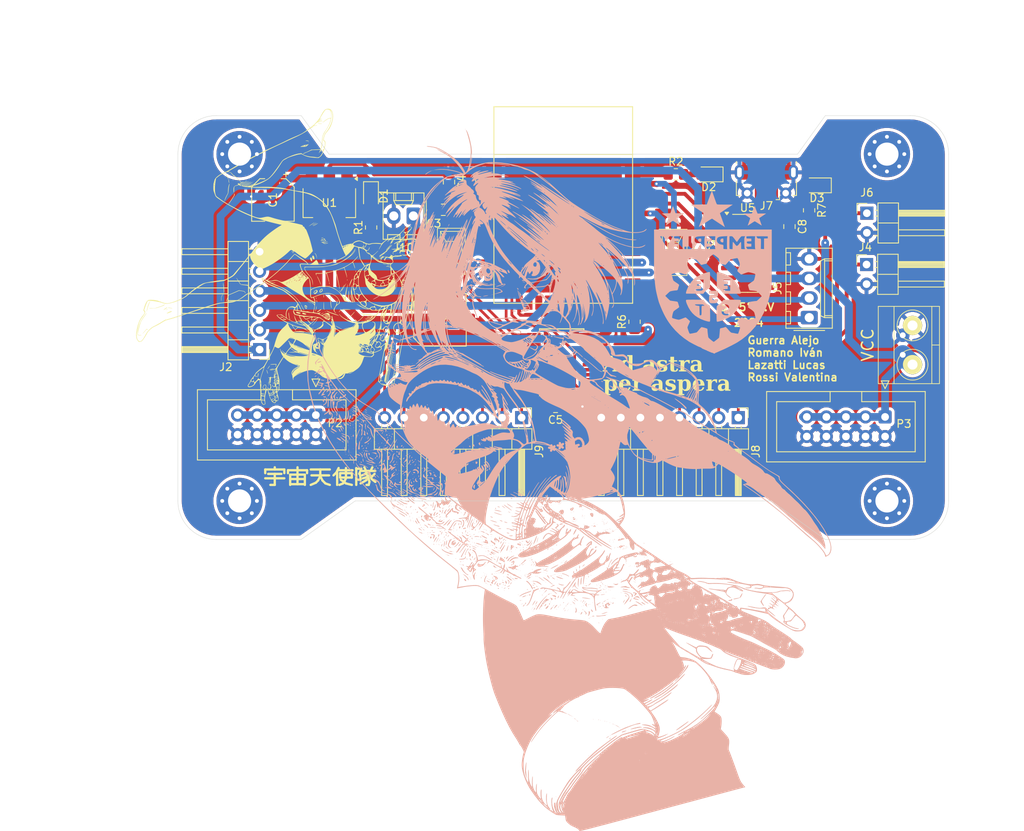
<source format=kicad_pcb>
(kicad_pcb (version 20240108) (generator "pcbnew") (generator_version "8.0")
  (title_block (title "Placa ESP32E con Multiplexor CD74HC4067, CH430C integrado"))
  (layers (0 "F.Cu" signal) (31 "B.Cu" signal) (34 "B.Paste" user) (35 "F.Paste" user) (36 "B.SilkS" user "B.Silkscreen") (37 "F.SilkS" user "F.Silkscreen") (38 "B.Mask" user) (39 "F.Mask" user) (44 "Edge.Cuts" user))
  (net 0 "")
  (net 1 "GND")
  (net 2 "+5V")
  (net 3 "+3V3")
  (net 4 "Net-(D1-A)")
  (net 5 "Net-(D2-A)")
  (net 6 "/MB1")
  (net 7 "/MB2")
  (net 8 "/MA2")
  (net 9 "/MA1")
  (net 10 "/BOTON1")
  (net 11 "/BOTON2")
  (net 12 "/S2")
  (net 13 "/ENABLE")
  (net 14 "/S1")
  (net 15 "/S0")
  (net 16 "/S3")
  (net 17 "/SIG")
  (net 18 "/LED1")
  (net 19 "EN")
  (net 34 "Net-(U4-VCC)")
  (net 35 "/Programador CH340/D-")
  (net 36 "/Programador CH340/D+")
  (net 37 "TXD")
  (net 38 "RXD")
  (net 39 "Net-(D3-A)")
  (net 40 "Net-(J8-Pin_3)")
  (net 41 "Net-(J8-Pin_8)")
  (net 42 "Net-(J8-Pin_4)")
  (net 43 "Net-(J8-Pin_5)")
  (net 44 "Net-(J8-Pin_7)")
  (net 45 "Net-(J8-Pin_6)")
  (net 46 "Net-(J8-Pin_1)")
  (net 47 "Net-(J8-Pin_2)")
  (net 48 "Net-(J9-Pin_6)")
  (net 49 "Net-(J9-Pin_2)")
  (net 50 "Net-(J9-Pin_8)")
  (net 51 "Net-(J9-Pin_3)")
  (net 52 "Net-(J9-Pin_7)")
  (net 53 "Net-(J9-Pin_1)")
  (net 54 "Net-(J9-Pin_5)")
  (net 55 "Net-(J9-Pin_4)")
  (net 63 "Net-(U5-V3)")
  (net 64 "/SCL")
  (net 65 "IOO")
  (net 66 "/GPIO 35")
  (net 67 "/ESC")
  (net 68 "/SDA")
  (footprint "Capacitor_SMD:C_0805_2012Metric_Pad1.18x1.45mm_HandSolder" (layer "F.Cu") (at 127.0025 68.63 180)
    (property "Reference" "C3")
    (property "Value" "100nF")
  )
  (footprint "MountingHole:MountingHole_3mm_Pad_Via" (layer "F.Cu") (at 184.57 61.41)
    (property "Reference" "H4")
    (property "Value" "MountingHole")
  )
  (footprint "MountingHole:MountingHole_3mm_Pad_Via" (layer "F.Cu") (at 100.57 106.41)
    (property "Reference" "H2")
    (property "Value" "MountingHole")
  )
  (footprint "EESTN5:Pulsador_SMD_2_BAJO" (layer "F.Cu") (at 156.82 74.16 -90)
    (property "Reference" "SW_BOOT1" (hide yes))
    (property "Value" "SW_Push" (hide yes))
  )
  (footprint "Resistor_SMD:R_0805_2012Metric_Pad1.20x1.40mm_HandSolder" (layer "F.Cu") (at 174.47 68.7 -90)
    (property "Reference" "R7")
    (property "Value" "220")
  )
  (footprint "MountingHole:MountingHole_3mm_Pad_Via" (layer "F.Cu") (at 184.57 106.41)
    (property "Reference" "H3")
    (property "Value" "MountingHole")
  )
  (footprint "Capacitor_SMD:CP_Elec_6.3x5.9" (layer "F.Cu") (at 126.57 82.91)
    (property "Reference" "C2")
    (property "Value" "100uF")
  )
  (footprint "LED_SMD:LED_0805_2012Metric_Pad1.15x1.40mm_HandSolder" (layer "F.Cu") (at 117.62 66.8525 -90)
    (property "Reference" "D1")
    (property "Value" "LED")
  )
  (footprint "Capacitor_SMD:C_0805_2012Metric_Pad1.18x1.45mm_HandSolder" (layer "F.Cu") (at 171.92 70.81 -90)
    (property "Reference" "C8")
    (property "Value" "~")
  )
  (footprint "Resistor_SMD:R_0805_2012Metric_Pad1.20x1.40mm_HandSolder" (layer "F.Cu") (at 157.1825 64.035)
    (property "Reference" "R2")
    (property "Value" "220")
  )
  (footprint "Package_SO:SOIC-16_3.9x9.9mm_P1.27mm" (layer "F.Cu") (at 166.495 74.285)
    (property "Reference" "U5")
    (property "Value" "CH340C")
  )
  (footprint "TriatlonLibrary:FalingAlita40X41" (layer "F.Cu") (at 105.67 74.84 180)
    (property "Reference" "G***" (hide yes))
    (property "Value" "LOGO" (hide yes))
  )
  (footprint "TriatlonLibrary:ESP32-WROOM-32E" (layer "F.Cu") (at 142.57 71.005)
    (property "Reference" "U2" (hide yes))
    (property "Value" "ESP32-WROOM-32E")
  )
  (footprint "Connector_PinHeader_2.54mm:PinHeader_1x02_P2.54mm_Horizontal" (layer "F.Cu") (at 181.965 69.075)
    (property "Reference" "J6")
    (property "Value" "Boton1")
  )
  (footprint "Capacitor_SMD:C_0805_2012Metric_Pad1.18x1.45mm_HandSolder" (layer "F.Cu") (at 127.745 65.04 -90)
    (property "Reference" "C4")
    (property "Value" "100nF")
  )
  (footprint "Capacitor_SMD:C_0805_2012Metric_Pad1.18x1.45mm_HandSolder" (layer "F.Cu") (at 141.57 94.21 180)
    (property "Reference" "C5")
    (property "Value" "~")
  )
  (footprint "TriatlonLibrary:Pulsador_SMD_2_BAJO" (layer "F.Cu") (at 128.04 74.03 90)
    (property "Reference" "SW_EN1" (hide yes))
    (property "Value" "SW_Push" (hide yes))
  )
  (footprint "Connector_USB:USB_Micro-B_Molex-105017-0001" (layer "F.Cu") (at 168.93 65.0075 180)
    (property "Reference" "J7")
    (property "Value" "USB_B_Micro")
  )
  (footprint "Resistor_SMD:R_0805_2012Metric_Pad1.20x1.40mm_HandSolder" (layer "F.Cu") (at 151.82 83.16 90)
    (property "Reference" "R6")
    (property "Value" "10k")
  )
  (footprint "Connector_PinHeader_2.54mm:PinHeader_1x02_P2.54mm_Horizontal" (layer "F.Cu") (at 181.925 75.735)
    (property "Reference" "J4")
    (property "Value" "Boton2")
  )
  (footprint "MountingHole:MountingHole_3mm_Pad_Via" (layer "F.Cu") (at 100.57 61.41)
    (property "Reference" "H1")
    (property "Value" "MountingHole")
  )
  (footprint "Connector_Molex:Molex_KK-254_AE-6410-02A_1x02_P2.54mm_Vertical" (layer "F.Cu") (at 123.12 69.43 180)
    (property "Reference" "J10")
    (property "Value" "ESC")
  )
  (footprint "Connector_IDC:IDC-Header_2x05_P2.54mm_Vertical" (layer "F.Cu") (at 110.47 95.27 -90)
    (property "Reference" "P2")
    (property "Value" "Multiplexor 3v3")
  )
  (footprint "Connector_PinHeader_2.54mm:PinHeader_1x08_P2.54mm_Horizontal" (layer "F.Cu") (at 137.17 95.6 -90)
    (property "Reference" "J9")
    (property "Value" "Conn_01x08_Pin")
  )
  (footprint "Package_TO_SOT_SMD:SOT-223-3_TabPin2" (layer "F.Cu") (at 112.22 67.735 -90)
    (property "Reference" "U1")
    (property "Value" "AMS1117-3.3")
  )
  (footprint "Connector_IDC:IDC-Header_2x05_P2.54mm_Vertical" (layer "F.Cu") (at 184.33 95.51 -90)
    (property "Reference" "P3")
    (property "Value" "5vMultiplexor")
  )
  (footprint "LED_SMD:LED_0805_2012Metric_Pad1.15x1.40mm_HandSolder" (layer "F.Cu") (at 175.49 65.46 180)
    (property "Reference" "D3")
    (property "Value" "LED")
  )
  (footprint "LED_SMD:LED_0805_2012Metric_Pad1.15x1.40mm_HandSolder" (layer "F.Cu") (at 161.445 64.035 180)
    (property "Reference" "D2")
    (property "Value" "LED")
  )
  (footprint "Connector_PinHeader_2.54mm:PinHeader_1x08_P2.54mm_Horizontal" (layer "F.Cu") (at 165.28 95.6 -90)
    (property "Reference" "J8")
    (property "Value" "Conn_01x08_Pin")
  )
  (footprint "Package_SO:SSOP-24_5.3x8.2mm_P0.65mm" (layer "F.Cu") (at 142.37 88.41 180)
    (property "Reference" "U4")
    (property "Value" "CD74HC4067SM")
  )
  (footprint "Connector_PinHeader_2.54mm:PinHeader_1x06_P2.54mm_Horizontal" (layer "F.Cu") (at 103.17 86.77 180)
    (property "Reference" "J2")
    (property "Value" "Driver TB67H450FNG")
  )
  (footprint "Resistor_SMD:R_0805_2012Metric_Pad1.20x1.40mm_HandSolder" (layer "F.Cu") (at 117.64 70.93 90)
    (property "Reference" "R1")
    (property "Value" "220")
  )
  (footprint "Resistor_SMD:R_0805_2012Metric_Pad1.20x1.40mm_HandSolder" (layer "F.Cu") (at 130.47 64.985 -90)
    (property "Reference" "R4")
    (property "Value" "10k")
  )
  (footprint "Capacitor_SMD:C_0805_2012Metric_Pad1.18x1.45mm_HandSolder" (layer "F.Cu") (at 160.32 73.41 -90)
    (property "Reference" "C9")
    (property "Value" "~")
  )
  (footprint "EESTN5:BORNERA2_DUO" (layer "F.Cu") (at 187.89 86.18 90)
    (property "Reference" "J1" (hide yes))
    (property "Value" "VCC")
  )
  (footprint "Capacitor_SMD:CP_Elec_5x4.5" (layer "F.Cu") (at 104.9 67.36 -90)
    (property "Reference" "C1")
    (property "Value" "10uF")
  )
  (footprint "ConnectorMolex2:Molex_KK-254_AE-6410-04A_1x04_P2.54mm_Vertical" (layer "F.Cu") (at 174.49 82.62 90)
    (property "Reference" "J5")
    (property "Value" "Oled SSD1306")
  )
  (footprint "TriatlonLibrary:AlitaDIMG" (layer "B.Cu") (at 143.07 99.51 180)
    (property "Reference" "G***")
    (property "Value" "LOGO" (hide yes))
  )
  (footprint "TriatlonLibrary:EESTN5 3 Estrellas" (layer "B.Cu") (at 161.96 78.87 180)
    (property "Reference" "G***" (hide yes))
    (property "Value" "LOGO" (hide yes))
  )
  (gr_line (start 169.57 106.41) (end 176.57 111.41) (stroke (width 0.05)) (layer "Edge.Cuts"))
  (gr_arc (start 97.57 111.41) (mid 94.034466 109.945534) (end 92.57 106.41) (stroke (width 0.05)) (layer "Edge.Cuts"))
  (gr_line (start 108.57 111.41) (end 97.57 111.41) (stroke (width 0.05)) (layer "Edge.Cuts"))
  (gr_line (start 192.57 106.41) (end 192.57 61.41) (stroke (width 0.05)) (layer "Edge.Cuts"))
  (gr_line (start 187.57 56.41) (end 176.57 56.41) (stroke (width 0.05)) (layer "Edge.Cuts"))
  (gr_arc (start 92.57 61.41) (mid 94.034466 57.874466) (end 97.57 56.41) (stroke (width 0.05)) (layer "Edge.Cuts"))
  (gr_line (start 112.17 61.41) (end 172.97 61.41) (stroke (width 0.05)) (layer "Edge.Cuts"))
  (gr_line (start 115.57 106.41) (end 108.57 111.41) (stroke (width 0.05)) (layer "Edge.Cuts"))
  (gr_line (start 187.57 111.41) (end 176.57 111.41) (stroke (width 0.05)) (layer "Edge.Cuts"))
  (gr_line (start 97.57 56.41) (end 108.57 56.41) (stroke (width 0.05)) (layer "Edge.Cuts"))
  (gr_arc (start 192.57 106.41) (mid 191.105534 109.945534) (end 187.57 111.41) (stroke (width 0.05)) (layer "Edge.Cuts"))
  (gr_line (start 115.57 106.41) (end 169.57 106.41) (stroke (width 0.05)) (layer "Edge.Cuts"))
  (gr_line (start 92.57 61.41) (end 92.57 106.41) (stroke (width 0.05)) (layer "Edge.Cuts"))
  (gr_arc (start 187.57 56.41) (mid 191.105534 57.874466) (end 192.57 61.41) (stroke (width 0.05)) (layer "Edge.Cuts"))
  (gr_line (start 172.97 61.41) (end 176.57 56.41) (stroke (width 0.05)) (layer "Edge.Cuts"))
  (gr_line (start 108.57 56.41) (end 112.17 61.41) (stroke (width 0.05)) (layer "Edge.Cuts"))
  (gr_text "6° 5° T.V" (at 162.75 81.85 0) (layer "F.SilkS") (effects (font (size 1 1) (thickness 0.2) (bold yes)) (justify left bottom)))
  (gr_text "Lazatti Lucas" (at 166.36 89.35 0) (layer "F.SilkS") (effects (font (size 1 1) (thickness 0.2) (bold yes)) (justify left bottom)))
  (gr_text "Ad astra " (at 154.72 89.95 0) (layer "F.SilkS") (effects (font (size 2 2) (thickness 0.4) (bold yes) (italic yes)) (justify bottom)))
  (gr_text "Guerra Alejo" (at 166.36 86.15 0) (layer "F.SilkS") (effects (font (size 1 1) (thickness 0.2) (bold yes)) (justify left bottom)))
  (gr_text "Rossi Valentina" (at 166.36 90.95 0) (layer "F.SilkS") (effects (font (size 1 1) (thickness 0.2) (bold yes)) (justify left bottom)))
  (gr_text "2024 " (at 164.61 83.88 0) (layer "F.SilkS") (effects (font (size 1 1) (thickness 0.2) (bold yes)) (justify left bottom)))
  (gr_text "宇宙天使隊" (at 111.09 103.42 0) (layer "F.SilkS") (effects (font (size 2 2) (thickness 0.3))))
  (gr_text "Romano Iván\n" (at 166.36 87.75 0) (layer "F.SilkS") (effects (font (size 1 1) (thickness 0.2) (bold yes)) (justify left bottom)))
  (gr_text "per aspera" (at 147.72 92.45 0) (layer "F.SilkS") (effects (font (size 2 2) (thickness 0.4) (bold yes) (italic yes)) (justify left bottom)))
  (segment (start 102.82 65.16) (end 104.9 65.16) (width 1) (layer "F.Cu") (net 2))
  (segment (start 102.07 65.91) (end 102.82 65.16) (width 1) (layer "F.Cu") (net 2))
  (segment (start 176.56 72.91) (end 176.56 70.75) (width 0.5) (layer "F.Cu") (net 2))
  (segment (start 174.1825 69.7725) (end 174.22 69.81) (width 0.35) (layer "F.Cu") (net 2))
  (segment (start 102.07 66.91) (end 102.07 65.91) (width 1) (layer "F.Cu") (net 2))
  (segment (start 175.62 69.81) (end 174.22 69.81) (width 0.5) (layer "F.Cu") (net 2))
  (segment (start 171.92 69.7725) (end 174.1825 69.7725) (width 0.5) (layer "F.Cu") (net 2))
  (segment (start 171.8525 69.84) (end 171.92 69.7725) (width 0.35) (layer "F.Cu") (net 2))
  (segment (start 168.97 69.84) (end 171.8525 69.84) (width 0.35) (layer "F.Cu") (net 2))
  (segment (start 176.56 70.75) (end 175.62 69.81) (width 0.5) (layer "F.Cu") (net 2))
  (segment (start 105.475 64.585) (end 104.9 65.16) (width 1) (layer "F.Cu") (net 2))
  (segment (start 170.22 66.97) (end 170.22 69.564999) (width 0.35) (layer "F.Cu") (net 2))
  (segment (start 169.944999 69.84) (end 168.97 69.84) (width 0.35) (layer "F.Cu") (net 2))
  (segment (start 170.22 69.564999) (end 169.944999 69.84) (width 0.35) (layer "F.Cu") (net 2))
  (segment (start 109.92 64.585) (end 105.475 64.585) (width 1) (layer "F.Cu") (net 2))
  (via (at 102.07 66.91) (size 0.6) (drill 0.3) (layers "F.Cu" "B.Cu") (net 2))
  (via (at 176.56 72.91) (size 0.6) (drill 0.3) (layers "F.Cu" "B.Cu") (net 2))
  (segment (start 100.41 86.77) (end 103.17 86.77) (width 1) (layer "B.Cu") (net 2))
  (segment (start 184.33 95.51) (end 173.66 95.51) (width 1) (layer "B.Cu") (net 2))
  (segment (start 104.78 66.91) (end 108.155 63.535) (width 1) (layer "B.Cu") (net 2))
  (segment (start 127.35 63.535) (end 127.645 63.83) (width 1) (layer "B.Cu") (net 2))
  (segment (start 127.94 63.535) (end 157.67 63.535) (width 1) (layer "B.Cu") (net 2))
  (segment (start 179.64 85.48) (end 181.61 87.45) (width 1) (layer "B.Cu") (net 2))
  (segment (start 175.69 77.54) (end 176.56 76.67) (width 1) (layer "B.Cu") (net 2))
  (segment (start 157.67 63.535) (end 160.07 65.935) (width 1) (layer "B.Cu") (net 2))
  (segment (start 165.67 77.54) (end 174.49 77.54) (width 1) (layer "B.Cu") (net 2))
  (segment (start 176.22 77.54) (end 179.64 80.96) (width 1) (layer "B.Cu") (net 2))
  (segment (start 102.07 66.91) (end 104.78 66.91) (width 1) (layer "B.Cu") (net 2))
  (segment (start 174.49 77.54) (end 176.22 77.54) (width 1) (layer "B.Cu") (net 2))
  (segment (start 179.64 80.96) (end 179.64 85.48) (width 1) (layer "B.Cu") (net 2))
  (segment (start 127.645 63.83) (end 127.94 63.535) (width 1) (layer "B.Cu") (net 2))
  (segment (start 100.65 66.91) (end 98.1 69.46) (width 1) (layer "B.Cu") (net 2))
  (segment (start 186.62 87.45) (end 186.43 87.45) (width 1) (layer "B.Cu") (net 2))
  (segment (start 181.61 87.45) (end 186.62 87.45) (width 1) (layer "B.Cu") (net 2))
  (segment (start 98.1 69.46) (end 98.1 84.46) (width 1) (layer "B.Cu") (net 2))
  (segment (start 186.24 88.72) (end 184.33 90.63) (width 1) (layer "B.Cu") (net 2))
  (segment (start 160.07 65.935) (end 160.07 71.94) (width 1) (layer "B.Cu") (net 2))
  (segment (start 160.07 71.94) (end 165.67 77.54) (width 1) (layer "B.Cu") (net 2))
  (segment (start 108.155 63.535) (end 127.35 63.535) (width 1) (layer "B.Cu") (net 2))
  (segment (start 187.89 88.72) (end 186.24 88.72) (width 1) (layer "B.Cu") (net 2))
  (segment (start 187.89 88.72) (end 186.62 87.45) (width 2.5) (layer "B.Cu") (net 2))
  (segment (start 176.56 76.67) (end 176.56 72.91) (width 1) (layer "B.Cu") (net 2))
  (segment (start 184.33 90.63) (end 184.33 95.51) (width 1) (layer "B.Cu") (net 2))
  (segment (start 102.07 66.91) (end 100.65 66.91) (width 1) (layer "B.Cu") (net 2))
  (segment (start 98.1 84.46) (end 100.41 86.77) (width 1) (layer "B.Cu") (net 2))
  (segment (start 174.49 77.54) (end 175.69 77.54) (width 1) (layer "B.Cu") (net 2))
  (segment (start 112.22 63) (end 112.22 64.585) (width 0.5) (layer "F.Cu") (net 3))
  (segment (start 129.995 63.985) (end 130.045 64.035) (width 0.5) (layer "F.Cu") (net 3))
  (segment (start 120.35 83.68) (end 120.35 85.37) (width 1) (layer "F.Cu") (net 3))
  (segment (start 130.045 64.035) (end 127.0075 64.035) (width 0.5) (layer "F.Cu") (net 3))
  (segment (start 117.63 71.94) (end 115.58 71.94) (width 1) (layer "F.Cu") (net 3))
  (segment (start 112.53 62.69) (end 112.22 63) (width 0.5) (layer "F.Cu") (net 3))
  (segment (start 133.82 64.02) (end 133.7975 64.0425) (width 0.5) (layer "F.Cu") (net 3))
  (segment (start 127.0075 64.035) (end 127 64.0425) (width 0.5) (layer "F.Cu") (net 3))
  (segment (start 130.0525 64.0425) (end 130.045 64.035) (width 0.5) (layer "F.Cu") (net 3))
  (segment (start 112.22 78.94) (end 116.19 82.91) (width 1) (layer "F.Cu") (net 3))
  (segment (start 127 64.0425) (end 118.0275 64.0425) (width 0.5) (layer "F.Cu") (net 3))
  (segment (start 112.22 70.885) (end 112.22 78.94) (width 1) (layer "F.Cu") (net 3))
  (segment (start 112.225 70.89) (end 112.22 70.885) (width 1) (layer "F.Cu") (net 3))
  (segment (start 114.53 70.89) (end 112.225 70.89) (width 1) (layer "F.Cu") (net 3))
  (segment (start 115.58 71.94) (end 114.53 70.89) (width 1) (layer "F.Cu") (net 3))
  (segment (start 142.6075 94.21) (end 145.01 94.21) (width 1) (layer "F.Cu") (net 3))
  (segment (start 133.7975 64.0425) (end 130.0525 64.0425) (width 0.5) (layer "F.Cu") (net 3))
  (segment (start 118.0275 64.0425) (end 116.675 62.69) (width 0.5) (layer "F.Cu") (net 3))
  (segment (start 145.01 94.21) (end 145.06 94.16) (width 1) (layer "F.Cu") (net 3))
  (segment (start 116.675 62.69) (end 112.53 62.69) (width 0.5) (layer "F.Cu") (net 3))
  (segment (start 123.77 82.91) (end 121.12 82.91) (width 1) (layer "F.Cu") (net 3))
  (segment (start 116.19 82.91) (end 123.77 82.91) (width 1) (layer "F.Cu") (net 3))
  (segment (start 153.57 84.16) (end 151.82 84.16) (width 0.75) (layer "F.Cu") (net 3))
  (segment (start 121.12 82.91) (end 120.35 83.68) (width 1) (layer "F.Cu") (net 3))
  (segment (start 117.64 71.93) (end 117.63 71.94) (width 1) (layer "F.Cu") (net 3))
  (via (at 153.57 84.16) (size 0.6) (drill 0.3) (layers "F.Cu" "B.Cu") (net 3))
  (via (at 120.35 85.37) (size 0.6) (drill 0.3) (layers "F.Cu" "B.Cu") (net 3))
  (via (at 145.06 94.16) (size 0.6) (drill 0.3) (layers "F.Cu" "B.Cu") (net 3))
  (segment (start 120.35 85.37) (end 140.5 85.37) (width 1) (layer "B.Cu") (net 3))
  (segment (start 120.35 85.37) (end 120.41 85.32) (width 1) (layer "B.Cu") (net 3))
  (segment (start 145.06 89.62) (end 140.81 85.37) (width 1) (layer "B.Cu") (net 3))
  (segment (start 153.57 84.16) (end 153.57 84.66) (width 1) (layer "B.Cu") (net 3))
  (segment (start 140.81 85.37) (end 140.5 85.37) (width 1) (layer "B.Cu") (net 3))
  (segment (start 120.35 89.73) (end 120.35 85.37) (width 1) (layer "B.Cu") (net 3))
  (segment (start 145.06 94.16) (end 145.06 89.62) (width 1) (layer "B.Cu") (net 3))
  (segment (start 140.85 85.41) (end 140.81 85.37) (width 1) (layer "B.Cu") (net 3))
  (segment (start 153.57 84.66) (end 152.82 85.41) (width 1) (layer "B.Cu") (net 3))
  (segment (start 100.31 95.27) (end 114.81 95.27) (width 1) (layer "B.Cu") (net 3))
  (segment (start 152.82 85.41) (end 140.85 85.41) (width 1) (layer "B.Cu") (net 3))
  (segment (start 114.81 95.27) (end 120.35 89.73) (width 1) (layer "B.Cu") (net 3))
  (segment (start 160.42 64.035) (end 158.1825 64.035) (width 0.75) (layer "F.Cu") (net 5))
  (segment (start 152.74 75.45) (end 152.78 75.49) (width 0.75) (layer "F.Cu") (net 6))
  (segment (start 151.32 75.45) (end 152.74 75.45) (width 0.75) (layer "F.Cu") (net 6))
  (via (at 152.78 75.49) (size 0.6) (drill 0.3) (layers "F.Cu" "B.Cu") (net 6))
  (segment (start 137.16 81.08) (end 142.76 75.48) (width 1) (layer "B.Cu") (net 6))
  (segment (start 142.76 75.48) (end 152.77 75.48) (width 1) (layer "B.Cu") (net 6))
  (segment (start 103.78 81.08) (end 137.16 81.08) (width 1) (layer "B.Cu") (net 6))
  (segment (start 103.17 81.69) (end 103.78 81.08) (width 1) (layer "B.Cu") (net 6))
  (segment (start 152.77 75.48) (end 152.78 75.49) (width 1) (layer "B.Cu") (net 6))
  (segment (start 152.78 75.49) (end 152.79 75.48) (width 1) (layer "B.Cu") (net 6))
  (segment (start 152.79 75.48) (end 152.83 75.48) (width 1) (layer "B.Cu") (net 6))
  (segment (start 153.62 76.72) (end 151.32 76.72) (width 0.75) (layer "F.Cu") (net 7))
  (segment (start 153.68 76.78) (end 153.62 76.72) (width 0.75) (layer "F.Cu") (net 7))
  (via (at 153.68 76.78) (size 0.6) (drill 0.3) (layers "F.Cu" "B.Cu") (net 7))
  (segment (start 153.68 76.78) (end 153.67 76.77) (width 1) (layer "B.Cu") (net 7))
  (segment (start 153.68 76.78) (end 153.69 76.77) (width 1) (layer "B.Cu") (net 7))
  (segment (start 144.64 76.77) (end 137.79 83.62) (width 1) (layer "B.Cu") (net 7))
  (segment (start 103.78 83.62) (end 103.17 84.23) (width 1) (layer "B.Cu") (net 7))
  (segment (start 137.79 83.62) (end 103.78 83.62) (width 1) (layer "B.Cu") (net 7))
  (segment (start 153.69 76.77) (end 153.85 76.77) (width 1) (layer "B.Cu") (net 7))
  (segment (start 153.67 76.77) (end 144.64 76.77) (width 1) (layer "B.Cu") (net 7))
  (segment (start 131.53 77.3) (end 131.53 77.32) (width 0.75) (layer "F.Cu") (net 8))
  (segment (start 133.82 76.72) (end 132.11 76.72) (width 0.75) (layer "F.Cu") (net 8))
  (segment (start 131.55 77.3) (end 131.53 77.3) (width 0.75) (layer "F.Cu") (net 8))
  (segment (start 132.11 76.72) (end 131.53 77.3) (width 0.75) (layer "F.Cu") (net 8))
  (segment (start 131.53 77.32) (end 131.56 77.29) (width 0.75) (layer "F.Cu") (net 8))
  (via (at 131.53 77.3) (size 0.6) (drill 0.3) (layers "F.Cu" "B.Cu") (net 8))
  (segment (start 129.68 79.15) (end 131.53 77.3) (width 1) (layer "B.Cu") (net 8))
  (segment (start 103.17 79.15) (end 129.68 79.15) (width 1) (layer "B.Cu") (net 8))
  (segment (start 133.82 75.45) (end 131.5 75.45) (width 0.75) (layer "F.Cu") (net 9))
  (segment (start 131.5 75.45) (end 131.49 75.46) (width 0.75) (layer "F.Cu") (net 9))
  (via (at 131.5 75.45) (size 0.6) (drill 0.3) (layers "F.Cu" "B.Cu") (net 9))
  (segment (start 103.17 76.61) (end 103.78 76) (width 1) (layer "B.Cu") (net 9))
  (segment (start 130.95 76) (end 131.5 75.45) (width 1) (layer "B.Cu") (net 9))
  (segment (start 103.78 76) (end 130.95 76) (width 1) (layer "B.Cu") (net 9))
  (segment (start 155.35 74.18) (end 151.32 74.18) (width 0.5) (layer "F.Cu") (net 10))
  (segment (start 177.58 85.95) (end 167.12 85.95) (width 0.5) (layer "F.Cu") (net 10))
  (segment (start 179.34 84.19) (end 177.58 85.95) (width 0.5) (layer "F.Cu") (net 10))
  (segment (start 180.165 75.735) (end 179.34 76.56) (width 0.5) (layer "F.Cu") (net 10))
  (segment (start 179.34 76.56) (end 179.34 84.19) (width 0.5) (layer "F.Cu") (net 10))
  (segment (start 167.12 85.95) (end 155.35 74.18) (width 0.5) (layer "F.Cu") (net 10))
  (segment (start 181.925 75.735) (end 180.165 75.735) (width 0.5) (layer "F.Cu") (net 10))
  (segment (start 178.09 70.63) (end 179.645 69.075) (width 0.5) (layer "F.Cu") (net 11))
  (segment (start 151.32 72.91) (end 155.86 72.91) (width 0.5) (layer "F.Cu") (net 11))
  (segment (start 178.09 82.93) (end 178.09 70.63) (width 0.5) (layer "F.Cu") (net 11))
  (segment (start 167.59 84.64) (end 176.38 84.64) (width 0.5) (layer "F.Cu") (net 11))
  (segment (start 179.645 69.075) (end 181.965 69.075) (width 0.5) (layer "F.Cu") (net 11))
  (segment (start 155.86 72.91) (end 167.59 84.64) (width 0.5) (layer "F.Cu") (net 11))
  (segment (start 176.38 84.64) (end 178.09 82.93) (width 0.5) (layer "F.Cu") (net 11))
  (segment (start 129.77 79.58) (end 129.77 72.76) (width 0.35) (layer "F.Cu") (net 12))
  (segment (start 135.675 85.485) (end 129.77 79.58) (width 0.35) (layer "F.Cu") (net 12))
  (segment (start 129.77 72.76) (end 130.89 71.64) (width 0.35) (layer "F.Cu") (net 12))
  (segment (start 130.89 71.64) (end 133.82 71.64) (width 0.35) (layer "F.Cu") (net 12))
  (segment (start 138.77 85.485) (end 135.675 85.485) (width 0.35) (layer "F.Cu") (net 12))
  (segment (start 143.845 85.485) (end 145.97 85.485) (width 0.35) (layer "F.Cu") (net 14))
  (segment (start 133.82 69.1) (end 134.5 69.1) (width 0.35) (layer "F.Cu") (net 14))
  (segment (start 134.5 69.1) (end 135.9 70.5) (width 0.35) (layer "F.Cu") (net 14))
  (segment (start 136.695 83.085) (end 141.445 83.085) (width 0.35) (layer "F.Cu") (net 14))
  (segment (start 141.445 83.085) (end 143.845 85.485) (width 0.35) (layer "F.Cu") (net 14))
  (segment (start 135.9 82.29) (end 136.695 83.085) (width 0.35) (layer "F.Cu") (net 14))
  (segment (start 135.9 70.5) (end 135.9 82.29) (width 0.35) (layer "F.Cu") (net 14))
  (segment (start 149.42 84.87) (end 149.42 78.79) (width 0.35) (layer "F.Cu") (net 15))
  (segment (start 150.22 77.99) (end 151.32 77.99) (width 0.35) (layer "F.Cu") (net 15))
  (segment (start 145.97 86.135) (end 148.155 86.135) (width 0.35) (layer "F.Cu") (net 15))
  (segment (start 148.155 86.135) (end 149.42 84.87) (width 0.35) (layer "F.Cu") (net 15))
  (segment (start 149.42 78.79) (end 150.22 77.99) (width 0.35) (layer "F.Cu") (net 15))
  (segment (start 136.135 84.835) (end 138.77 84.835) (width 0.35) (layer "F.Cu") (net 16))
  (segment (start 130.58 79.28) (end 136.135 84.835) (width 0.35) (layer "F.Cu") (net 16))
  (segment (start 133.82 72.91) (end 131.51 72.91) (width 0.35) (layer "F.Cu") (net 16))
  (segment (start 131.51 72.91) (end 130.58 73.84) (width 0.35) (layer "F.Cu") (net 16))
  (segment (start 130.58 73.84) (end 130.58 79.28) (width 0.35) (layer "F.Cu") (net 16))
  (segment (start 136.13 83.73) (end 140.66 83.73) (width 0.35) (layer "F.Cu") (net 17))
  (segment (start 140.66 83.73) (end 144.05 87.12) (width 0.35) (layer "F.Cu") (net 17))
  (segment (start 134.67 74.18) (end 135.16 74.67) (width 0.35) (layer "F.Cu") (net 17))
  (segment (start 133.82 74.18) (end 134.67 74.18) (width 0.35) (layer "F.Cu") (net 17))
  (segment (start 135.16 74.67) (end 135.16 82.76) (width 0.35) (layer "F.Cu") (net 17))
  (segment (start 135.16 82.76) (end 136.13 83.73) (width 0.35) (layer "F.Cu") (net 17))
  (segment (start 144.77 91.985) (end 145.97 91.985) (width 0.35) (layer "F.Cu") (net 17))
  (segment (start 144.05 91.265) (end 144.77 91.985) (width 0.35) (layer "F.Cu") (net 17))
  (segment (start 144.05 87.12) (end 144.05 91.265) (width 0.35) (layer "F.Cu") (net 17))
  (segment (start 151.335 64.035) (end 151.32 64.02) (width 0.5) (layer "F.Cu") (net 18))
  (segment (start 156.1825 64.035) (end 151.335 64.035) (width 0.75) (layer "F.Cu") (net 18))
  (segment (start 128.04 70.43082) (end 128.04 68.63) (width 0.5) (layer "F.Cu") (net 19))
  (segment (start 130.47 67.71) (end 130.47 65.985) (width 0.5) (layer "F.Cu") (net 19))
  (segment (start 131.545 65.985) (end 132.24 65.29) (width 0.5) (layer "F.Cu") (net 19))
  (segment (start 128.04 68.63) (end 129.55 68.63) (width 0.5) (layer "F.Cu") (net 19))
  (segment (start 132.24 65.29) (end 133.82 65.29) (width 0.5) (layer "F.Cu") (net 19))
  (segment (start 130.47 65.985) (end 131.545 65.985) (width 0.5) (layer "F.Cu") (net 19))
  (segment (start 129.55 68.63) (end 130.47 67.71) (width 0.5) (layer "F.Cu") (net 19))
  (segment (start 140.7025 94.21) (end 140.5325 94.21) (width 0.2) (layer "F.Cu") (net 34))
  (segment (start 140.5325 94.21) (end 139.37 94.21) (width 0.2) (layer "F.Cu") (net 34))
  (segment (start 138.77 93.61) (end 138.77 91.985) (width 0.2) (layer "F.Cu") (net 34))
  (segment (start 139.37 94.21) (end 138.77 93.61) (width 0.2) (layer "F.Cu") (net 34))
  (segment (start 140.9525 93.96) (end 140.7025 94.21) (width 0.2) (layer "F.Cu") (net 34))
  (segment (start 169.22 68.96) (end 167.42 68.96) (width 0.35) (layer "F.Cu") (net 35))
  (segment (start 167.42 68.96) (end 166.47 69.91) (width 0.35) (layer "F.Cu") (net 35))
  (segment (start 166.47 69.91) (end 166.47 75.26) (width 0.35) (layer "F.Cu") (net 35))
  (segment (start 169.57 66.97) (end 169.57 68.61) (width 0.35) (layer "F.Cu") (net 35))
  (segment (start 165.54 76.19) (end 164.02 76.19) (width 0.35) (layer "F.Cu") (net 35))
  (segment (start 169.57 68.61) (end 169.22 68.96) (width 0.35) (layer "F.Cu") (net 35))
  (segment (start 166.47 75.26) (end 165.54 76.19) (width 0.35) (layer "F.Cu") (net 35))
  (segment (start 166.75 67.81) (end 165.62 68.94) (width 0.35) (layer "F.Cu") (net 36))
  (segment (start 168.59 67.81) (end 166.75 67.81) (width 0.35) (layer "F.Cu") (net 36))
  (segment (start 168.92 67.48) (end 168.59 67.81) (width 0.35) (layer "F.Cu") (net 36))
  (segment (start 165.62 74.71) (end 165.41 74.92) (width 0.35) (layer "F.Cu") (net 36))
  (segment (start 165.41 74.92) (end 164.02 74.92) (width 0.35) (layer "F.Cu") (net 36))
  (segment (start 165.62 68.94) (end 165.62 74.71) (width 0.35) (layer "F.Cu") (net 36))
  (segment (start 168.92 66.97) (end 168.92 67.48) (width 0.35) (layer "F.Cu") (net 36))
  (segment (start 162.89 71.11) (end 164.02 71.11) (width 0.5) (layer "F.Cu") (net 37))
  (segment (start 151.32 66.56) (end 158.34 66.56) (width 0.5) (layer "F.Cu") (net 37))
  (segment (start 158.34 66.56) (end 162.89 71.11) (width 0.5) (layer "F.Cu") (net 37))
  (segment (start 164.02 72.38) (end 162.04 72.38) (width 0.5) (layer "F.Cu") (net 38))
  (segment (start 157.49 67.83) (end 151.32 67.83) (width 0.5) (layer "F.Cu") (net 38))
  (segment (start 162.04 72.38) (end 157.49 67.83) (width 0.5) (layer "F.Cu") (net 38))
  (segment (start 174.47 67.7) (end 174.47 65.465) (width 0.5) (layer "F.Cu") (net 39))
  (segment (start 174.47 65.465) (end 174.465 65.46) (width 0.5) (layer "F.Cu") (net 39))
  (segment (start 174.47 67.38) (end 174.38 67.47) (width 0.2) (layer "F.Cu") (net 39))
  (segment (start 160.2 95.6) (end 160.2 90) (width 0.35) (layer "F.Cu") (net 40))
  (segment (start 160.2 90) (end 158.285 88.085) (width 0.35) (layer "F.Cu") (net 40))
  (segment (start 158.285 88.085) (end 145.97 88.085) (width 0.35) (layer "F.Cu") (net 40))
  (segment (start 145.97 91.335) (end 147.235 91.335) (width 0.35) (layer "F.Cu") (net 41))
  (segment (start 147.5 95.54) (end 147.76 95.8) (width 0.2) (layer "F.Cu") (net 41))
  (segment (start 147.5 91.6) (end 147.5 95.54) (width 0.35) (layer "F.Cu") (net 41))
  (segment (start 147.235 91.335) (end 147.5 91.6) (width 0.35) (layer "F.Cu") (net 41))
  (segment (start 157.66 90.56) (end 157.66 95.6) (width 0.35) (layer "F.Cu") (net 42))
  (segment (start 155.835 88.735) (end 157.66 90.56) (width 0.35) (layer "F.Cu") (net 42))
  (segment (start 145.97 88.735) (end 155.835 88.735) (width 0.35) (layer "F.Cu") (net 42))
  (segment (start 155.12 95.6) (end 155.12 91.42) (width 0.35) (layer "F.Cu") (net 43))
  (segment (start 155.12 91.42) (end 153.085 89.385) (width 0.35) (layer "F.Cu") (net 43))
  (segment (start 153.085 89.385) (end 145.97 89.385) (width 0.35) (layer "F.Cu") (net 43))
  (segment (start 148.585 90.685) (end 145.97 90.685) (width 0.35) (layer "F.Cu") (net 44))
  (segment (start 150.04 92.14) (end 148.585 90.685) (width 0.35) (layer "F.Cu") (net 44))
  (segment (start 150.04 95.6) (end 150.04 92.14) (width 0.35) (layer "F.Cu") (net 44))
  (segment (start 152.58 92.08) (end 150.535 90.035) (width 0.35) (layer "F.Cu") (net 45))
  (segment (start 150.535 90.035) (end 145.97 90.035) (width 0.35) (layer "F.Cu") (net 45))
  (segment (start 152.58 95.6) (end 152.58 92.08) (width 0.35) (layer "F.Cu") (net 45))
  (segment (start 165.28 88.18) (end 165.28 95.6) (width 0.35) (layer "F.Cu") (net 46))
  (segment (start 163.885 86.785) (end 165.28 88.18) (width 0.35) (layer "F.Cu") (net 46))
  (segment (start 145.97 86.785) (end 163.885 86.785) (width 0.35) (layer "F.Cu") (net 46))
  (segment (start 145.97 87.435) (end 161.635 87.435) (width 0.35) (layer "F.Cu") (net 47))
  (segment (start 161.635 87.435) (end 162.74 88.54) (width 0.35) (layer "F.Cu") (net 47))
  (segment (start 162.74 88.54) (end 162.74 95.6) (width 0.35) (layer "F.Cu") (net 47))
  (segment (start 124.47 95.53) (end 124.4 95.6) (width 0.35) (layer "F.Cu") (net 48))
  (segment (start 138.77 88.085) (end 127.015 88.085) (width 0.35) (layer "F.Cu") (net 48))
  (segment (start 124.47 90.63) (end 124.47 95.53) (width 0.35) (layer "F.Cu") (net 48))
  (segment (start 127.015 88.085) (end 124.47 90.63) (width 0.35) (layer "F.Cu") (net 48))
  (segment (start 135.715 90.685) (end 134.63 91.77) (width 0.35) (layer "F.Cu") (net 49))
  (segment (start 138.77 90.685) (end 135.715 90.685) (width 0.35) (layer "F.Cu") (net 49))
  (segment (start 134.63 95.53) (end 134.56 95.6) (width 0.35) (layer "F.Cu") (net 49))
  (segment (start 134.63 91.77) (end 134.63 95.53) (width 0.35) (layer "F.Cu") (net 49))
  (segment (start 138.77 86.785) (end 121.215 86.785) (width 0.35) (layer "F.Cu") (net 50))
  (segment (start 119.39 95.53) (end 119.32 95.6) (width 0.35) (layer "F.Cu") (net 50))
  (segment (start 119.39 88.61) (end 119.39 95.53) (width 0.35) (layer "F.Cu") (net 50))
  (segment (start 121.215 86.785) (end 119.39 88.61) (width 0.35) (layer "F.Cu") (net 50))
  (segment (start 138.77 90.035) (end 133.765 90.035) (width 0.35) (layer "F.Cu") (net 51))
  (segment (start 132.09 95.53) (end 132.02 95.6) (width 0.35) (layer "F.Cu") (net 51))
  (segment (start 133.765 90.035) (end 132.09 91.71) (width 0.35) (layer "F.Cu") (net 51))
  (segment (start 132.09 91.71) (end 132.09 95.53) (width 0.35) (layer "F.Cu") (net 51))
  (segment (start 123.765 87.435) (end 121.93 89.27) (width 0.35) (layer "F.Cu") (net 52))
  (segment (start 121.93 95.53) (end 121.86 95.6) (width 0.35) (layer "F.Cu") (net 52))
  (segment (start 138.77 87.435) (end 123.765 87.435) (width 0.35) (layer "F.Cu") (net 52))
  (segment (start 121.93 89.27) (end 121.93 95.53) (width 0.35) (layer "F.Cu") (net 52))
  (segment (start 138.77 91.335) (end 137.365 91.335) (width 0.35) (layer "F.Cu") (net 53))
  (segment (start 137.365 91.335) (end 137.17 91.53) (width 0.35) (layer "F.Cu") (net 53))
  (segment (start 137.17 91.53) (end 137.17 95.83) (width 0.35) (layer "F.Cu") (net 53))
  (segment (start 137.17 95.83) (end 137.1 95.9) (width 0.35) (layer "F.Cu") (net 53))
  (segment (start 127.01 90.99) (end 127.01 95.53) (width 0.35) (layer "F.Cu") (net 54))
  (segment (start 138.77 88.735) (end 129.265 88.735) (width 0.35) (layer "F.Cu") (net 54))
  (segment (start 127.01 95.53) (end 126.94 95.6) (width 0.35) (layer "F.Cu") (net 54))
  (segment (start 129.265 88.735) (end 127.01 90.99) (width 0.35) (layer "F.Cu") (net 54))
  (segment (start 138.77 89.385) (end 131.415 89.385) (width 0.35) (layer "F.Cu") (net 55))
  (segment (start 129.55 95.53) (end 129.48 95.6) (width 0.35) (layer "F.Cu") (net 55))
  (segment (start 129.55 91.25) (end 129.55 95.53) (width 0.35) (layer "F.Cu") (net 55))
  (segment (start 131.415 89.385) (end 129.55 91.25) (width 0.35) (layer "F.Cu") (net 55))
  (segment (start 162.31 73.65) (end 164.02 73.65) (width 0.35) (layer "F.Cu") (net 63))
  (segment (start 160.32 72.3725) (end 161.0325 72.3725) (width 0.35) (layer "F.Cu") (net 63))
  (segment (start 161.0325 72.3725) (end 162.31 73.65) (width 0.35) (layer "F.Cu") (net 63))
  (segment (start 154.67 65.26) (end 154.7 65.29) (width 0.75) (layer "F.Cu") (net 64))
  (segment (start 151.32 65.29) (end 154.67 65.26) (width 0.75) (layer "F.Cu") (net 64))
  (segment (start 154.7 65.29) (end 154.72 65.31) (width 0.75) (layer "F.Cu") (net 64))
  (via (at 154.67 65.26) (size 0.6) (drill 0.3) (layers "F.Cu" "B.Cu") (net 64))
  (segment (start 156.93 71.92) (end 156.93 66.43) (width 0.75) (layer "B.Cu") (net 64))
  (segment (start 165.31 80.3) (end 156.93 71.92) (width 0.75) (layer "B.Cu") (net 64))
  (segment (start 174.43 80.3) (end 165.31 80.3) (width 0.75) (layer "B.Cu") (net 64))
  (segment (start 155.76 65.26) (end 154.82 65.26) (width 0.75) (layer "B.Cu") (net 64))
  (segment (start 174.45 80.28) (end 174.43 80.3) (width 0.75) (layer "B.Cu") (net 64))
  (segment (start 156.93 66.43) (end 155.76 65.26) (width 0.75) (layer "B.Cu") (net 64))
  (segment (start 153.69 79.26) (end 155.19082 77.75918) (width 0.75) (layer "F.Cu") (net 65))
  (segment (start 151.57 79.26) (end 153.69 79.26) (width 0.75) (layer "F.Cu") (net 65))
  (segment (start 151.82 79.26) (end 151.82 82.16) (width 0.75) (layer "F.Cu") (net 65))
  (segment (start 155.19082 77.75918) (end 156.82 77.75918) (width 0.75) (layer "F.Cu") (net 65))
  (segment (start 126.72 74.11) (end 122.92 74.11) (width 0.5) (layer "F.Cu") (net 66))
  (segment (start 133.82 70.37) (end 130.46 70.37) (width 0.5) (layer "F.Cu") (net 66))
  (segment (start 130.46 70.37) (end 126.72 74.11) (width 0.5) (layer "F.Cu") (net 66))
  (segment (start 122.92 74.11) (end 122.895 74.11) (width 0.2) (layer "F.Cu") (net 66))
  (via (at 122.92 74.11) (size 0.6) (drill 0.3) (layers "F.Cu" "B.Cu") (net 66))
  (segment (start 122.895 71.195) (end 122.895 74.085) (width 1) (layer "B.Cu") (net 66))
  (segment (start 123.55 70.54) (end 122.895 71.195) (width 1) (layer "B.Cu") (net 66))
  (segment (start 151.32 69.1) (end 153.86 69.1) (width 0.75) (layer "F.Cu") (net 68))
  (segment (start 153.86 69.1) (end 153.87 69.11) (width 0.75) (layer "F.Cu") (net 68))
  (via (at 153.87 69.11) (size 0.6) (drill 0.3) (layers "F.Cu" "B.Cu") (net 68))
  (segment (start 174.29 82.82) (end 164.1 82.82) (width 0.75) (layer "B.Cu") (net 68))
  (segment (start 155.39 69.92) (end 154.58 69.11) (width 0.75) (layer "B.Cu") (net 68))
  (segment (start 155.39 74.11) (end 155.39 69.92) (width 0.75) (layer "B.Cu") (net 68))
  (segment (start 164.1 82.82) (end 155.39 74.11) (width 0.75) (layer "B.Cu") (net 68))
  (segment (start 174.49 82.62) (end 174.29 82.82) (width 0.75) (layer "B.Cu") (net 68))
  (segment (start 154.58 69.11) (end 153.87 69.11) (width 0.75) (layer "B.Cu") (net 68))
  (zone (net 1) (net_name "GND") (layers "F&B.Cu") (connect_pads (clearance 0.4)) (min_thickness 0.25) (fill yes (thermal_gap 0.5) (thermal_bridge_width 0.5))
    (polygon (pts (xy 82.37 48.41) (xy 202.37 48.41) (xy 202.37 118.41) (xy 82.37 118.41)))
  )
)
</source>
